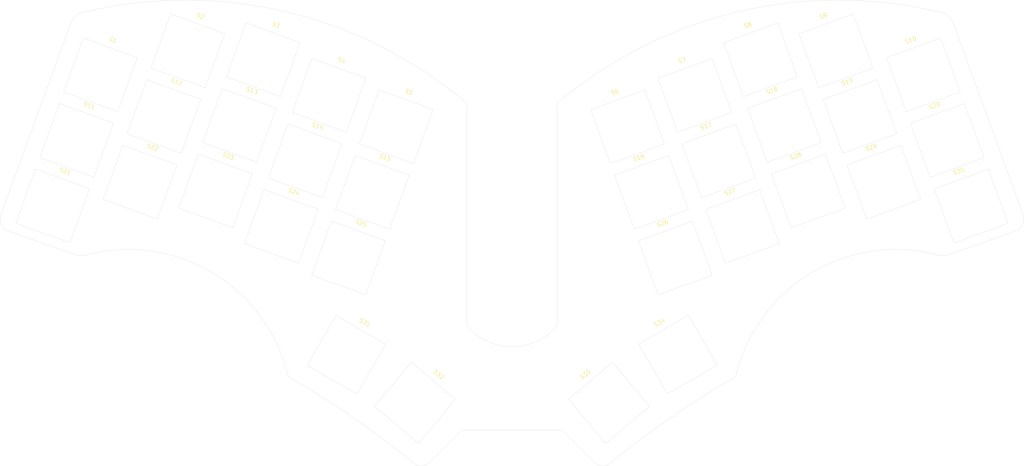
<source format=kicad_pcb>
(kicad_pcb (version 20241229) (generator "pcbnew") (generator_version "9.0")
  (layers (0 "F.Cu" signal) (2 "B.Cu" signal) (13 "F.Paste" user) (15 "B.Paste" user) (5 "F.SilkS" user "F.Silkscreen") (7 "B.SilkS" user "B.Silkscreen") (1 "F.Mask" user) (3 "B.Mask" user) (25 "Edge.Cuts" user))
  (net 0 "")
  (footprint "ScottoKeebs_Scotto:Standoff_M2x6mm" (layer "F.Cu") (at 209.716657 122.035704)
    (property "Reference" "REF**" (hide yes))
    (property "Value" "Standoff_M2x6mm" (hide yes))
    (pad "" np_thru_hole circle (at 0 0) (size 2.2 2.2) (drill 2.2) (layers "*.Cu" "*.Mask"))
  )
  (footprint "ScottoKeebs_Scotto:Standoff_M2x6mm" (layer "F.Cu") (at 49.966593 60.941988)
    (property "Reference" "REF**" (hide yes))
    (property "Value" "Standoff_M2x6mm" (hide yes))
    (pad "" np_thru_hole circle (at 0 0) (size 2.2 2.2) (drill 2.2) (layers "*.Cu" "*.Mask"))
  )
  (footprint "ScottoKeebs_Scotto:Standoff_M2x6mm" (layer "F.Cu") (at 86.556321 122.035713)
    (property "Reference" "REF**" (hide yes))
    (property "Value" "Standoff_M2x6mm" (hide yes))
    (pad "" np_thru_hole circle (at 0 0) (size 2.2 2.2) (drill 2.2) (layers "*.Cu" "*.Mask"))
  )
  (footprint "ScottoKeebs_Cutout:Cutout_Choc_1.00u" (layer "F.Cu") (at 107.828263 140.901055 -30)
    (property "Reference" "S31" (at 0 -9 330) (layer "F.SilkS"))
    (property "Value" "Keyswitch")
    (fp_poly (pts (xy -7 -7) (xy 7 -7) (xy 7 7) (xy -7 7)) (stroke (width 0.05)) (fill no) (layer "Edge.Cuts"))
  )
  (footprint "ScottoKeebs_Scotto:Standoff_M2x6mm" (layer "F.Cu") (at 194.372914 64.799823)
    (property "Reference" "REF**" (hide yes))
    (property "Value" "Standoff_M2x6mm" (hide yes))
    (pad "" np_thru_hole circle (at 0 0) (size 2.2 2.2) (drill 2.2) (layers "*.Cu" "*.Mask"))
  )
  (footprint "ScottoKeebs_Cutout:Cutout_Choc_1.00u" (layer "F.Cu") (at 182.087428 101.379426 20)
    (property "Reference" "S16" (at 0 -9 20) (layer "F.SilkS"))
    (property "Value" "Keyswitch")
    (fp_poly (pts (xy -7 -7) (xy 7 -7) (xy 7 7) (xy -7 7)) (stroke (width 0.05)) (fill no) (layer "Edge.Cuts"))
  )
  (footprint "" (layer "F.Cu") (at 247.431319 109.47826)
    (property "Reference" "" (at 0 0 0) (layer "F.SilkS") (effects (font (size 1.27 1.27))))
    (property "Value" "")
    (pad "" np_thru_hole circle (at 0 0) (size 2.2 2.2) (drill 2.2) (layers "*.Cu" "*.Mask"))
  )
  (footprint "ScottoKeebs_Scotto:Standoff_M2x6mm" (layer "F.Cu") (at 48.841657 109.478272)
    (property "Reference" "REF**" (hide yes))
    (property "Value" "Standoff_M2x6mm" (hide yes))
    (pad "" np_thru_hole circle (at 0 0) (size 2.2 2.2) (drill 2.2) (layers "*.Cu" "*.Mask"))
  )
  (footprint "ScottoKeebs_Cutout:Cutout_Choc_1.00u" (layer "F.Cu") (at 36.314749 104.69606 -20)
    (property "Reference" "S21" (at 0 -9 340) (layer "F.SilkS"))
    (property "Value" "Keyswitch")
    (fp_poly (pts (xy -7 -7) (xy 7 -7) (xy 7 7) (xy -7 7)) (stroke (width 0.05)) (fill no) (layer "Edge.Cuts"))
  )
  (footprint "ScottoKeebs_Cutout:Cutout_Choc_1.00u" (layer "F.Cu") (at 75.958024 101.034023 -20)
    (property "Reference" "S23" (at 0 -9 340) (layer "F.SilkS"))
    (property "Value" "Keyswitch")
    (fp_poly (pts (xy -7 -7) (xy 7 -7) (xy 7 7) (xy -7 7)) (stroke (width 0.05)) (fill no) (layer "Edge.Cuts"))
  )
  (footprint "ScottoKeebs_Cutout:Cutout_Choc_1.00u" (layer "F.Cu") (at 204.271134 109.700198 20)
    (property "Reference" "S27" (at 0 -9 20) (layer "F.SilkS"))
    (property "Value" "Keyswitch")
    (fp_poly (pts (xy -7 -7) (xy 7 -7) (xy 7 7) (xy -7 7)) (stroke (width 0.05)) (fill no) (layer "Edge.Cuts"))
  )
  (footprint "ScottoKeebs_Cutout:Cutout_Choc_1.00u" (layer "F.Cu") (at 81.77237 85.059249 -20)
    (property "Reference" "S13" (at 0 -9 340) (layer "F.SilkS"))
    (property "Value" "Keyswitch")
    (fp_poly (pts (xy -7 -7) (xy 7 -7) (xy 7 7) (xy -7 7)) (stroke (width 0.05)) (fill no) (layer "Edge.Cuts"))
  )
  (footprint "ScottoKeebs_Cutout:Cutout_Choc_1.00u" (layer "F.Cu") (at 103.592693 77.736883 -20)
    (property "Reference" "S4" (at 0 -9 340) (layer "F.SilkS"))
    (property "Value" "Keyswitch")
    (fp_poly (pts (xy -7 -7) (xy 7 -7) (xy 7 7) (xy -7 7)) (stroke (width 0.05)) (fill no) (layer "Edge.Cuts"))
  )
  (footprint "ScottoKeebs_Scotto:Standoff_M2x6mm" (layer "F.Cu") (at 246.30632 60.941942)
    (property "Reference" "REF**" (hide yes))
    (property "Value" "Standoff_M2x6mm" (hide yes))
    (pad "" np_thru_hole circle (at 0 0) (size 2.2 2.2) (drill 2.2) (layers "*.Cu" "*.Mask"))
  )
  (footprint "ScottoKeebs_Cutout:Cutout_Choc_1.00u" (layer "F.Cu") (at 248.291698 72.760268 20)
    (property "Reference" "S10" (at 0 -9 20) (layer "F.SilkS"))
    (property "Value" "Keyswitch")
    (fp_poly (pts (xy -7 -7) (xy 7 -7) (xy 7 7) (xy -7 7)) (stroke (width 0.05)) (fill no) (layer "Edge.Cuts"))
  )
  (footprint "ScottoKeebs_Cutout:Cutout_Choc_1.00u" (layer "F.Cu") (at 214.462769 85.073002 20)
    (property "Reference" "S18" (at 0 -9 20) (layer "F.SilkS"))
    (property "Value" "Keyswitch")
    (fp_poly (pts (xy -7 -7) (xy 7 -7) (xy 7 7) (xy -7 7)) (stroke (width 0.05)) (fill no) (layer "Edge.Cuts"))
  )
  (footprint "ScottoKeebs_Cutout:Cutout_Choc_1.00u" (layer "F.Cu") (at 57.589974 98.871351 -20)
    (property "Reference" "S22" (at 0 -9 340) (layer "F.SilkS"))
    (property "Value" "Keyswitch")
    (fp_poly (pts (xy -7 -7) (xy 7 -7) (xy 7 7) (xy -7 7)) (stroke (width 0.05)) (fill no) (layer "Edge.Cuts"))
  )
  (footprint "ScottoKeebs_Scotto:Standoff_M2x6mm" (layer "F.Cu") (at 184.799852 154.122939)
    (property "Reference" "REF**" (hide yes))
    (property "Value" "Standoff_M2x6mm" (hide yes))
    (pad "" np_thru_hole circle (at 0 0) (size 2.2 2.2) (drill 2.2) (layers "*.Cu" "*.Mask"))
  )
  (footprint "ScottoKeebs_Cutout:Cutout_Choc_1.00u" (layer "F.Cu") (at 227.016483 66.935562 20)
    (property "Reference" "S9" (at 0 -9 20) (layer "F.SilkS"))
    (property "Value" "Keyswitch")
    (fp_poly (pts (xy -7 -7) (xy 7 -7) (xy 7 7) (xy -7 7)) (stroke (width 0.05)) (fill no) (layer "Edge.Cuts"))
  )
  (footprint "ScottoKeebs_Scotto:Standoff_M2x6mm" (layer "F.Cu") (at 101.90006 64.799809)
    (property "Reference" "REF**" (hide yes))
    (property "Value" "Standoff_M2x6mm" (hide yes))
    (pad "" np_thru_hole circle (at 0 0) (size 2.2 2.2) (drill 2.2) (layers "*.Cu" "*.Mask"))
  )
  (footprint "" (layer "F.Cu") (at 86.556321 122.035713 20)
    (property "Reference" "" (at 0 0 20) (layer "F.SilkS") (effects (font (size 1.27 1.27))))
    (property "Value" "")
    (pad "" np_thru_hole circle (at 0 0) (size 2.2 2.2) (drill 2.2) (layers "*.Cu" "*.Mask"))
  )
  (footprint "ScottoKeebs_Cutout:Cutout_Choc_1.00u" (layer "F.Cu") (at 238.645169 98.885106 20)
    (property "Reference" "S29" (at 0 -9 20) (layer "F.SilkS"))
    (property "Value" "Keyswitch")
    (fp_poly (pts (xy -7 -7) (xy 7 -7) (xy 7 7) (xy -7 7)) (stroke (width 0.05)) (fill no) (layer "Edge.Cuts"))
  )
  (footprint "ScottoKeebs_Cutout:Cutout_Choc_1.00u" (layer "F.Cu") (at 87.5867 69.084468 -20)
    (property "Reference" "S3" (at 0 -9 340) (layer "F.SilkS"))
    (property "Value" "Keyswitch")
    (fp_poly (pts (xy -7 -7) (xy 7 -7) (xy 7 7) (xy -7 7)) (stroke (width 0.05)) (fill no) (layer "Edge.Cuts"))
  )
  (footprint "ScottoKeebs_Cutout:Cutout_Choc_1.00u" (layer "F.Cu") (at 47.943432 72.746516 -20)
    (property "Reference" "S1" (at 0 -9 340) (layer "F.SilkS"))
    (property "Value" "Keyswitch")
    (fp_poly (pts (xy -7 -7) (xy 7 -7) (xy 7 7) (xy -7 7)) (stroke (width 0.05)) (fill no) (layer "Edge.Cuts"))
  )
  (footprint "ScottoKeebs_Cutout:Cutout_Choc_1.00u" (layer "F.Cu") (at 254.106049 88.735042 20)
    (property "Reference" "S20" (at 0 -9 20) (layer "F.SilkS"))
    (property "Value" "Keyswitch")
    (fp_poly (pts (xy -7 -7) (xy 7 -7) (xy 7 7) (xy -7 7)) (stroke (width 0.05)) (fill no) (layer "Edge.Cuts"))
  )
  (footprint "ScottoKeebs_Cutout:Cutout_Choc_1.00u" (layer "F.Cu") (at 42.129088 88.721292 -20)
    (property "Reference" "S11" (at 0 -9 340) (layer "F.SilkS"))
    (property "Value" "Keyswitch")
    (fp_poly (pts (xy -7 -7) (xy 7 -7) (xy 7 7) (xy -7 7)) (stroke (width 0.05)) (fill no) (layer "Edge.Cuts"))
  )
  (footprint "ScottoKeebs_Cutout:Cutout_Choc_1.00u" (layer "F.Cu") (at 220.277116 101.047784 20)
    (property "Reference" "S28" (at 0 -9 20) (layer "F.SilkS"))
    (property "Value" "Keyswitch")
    (fp_poly (pts (xy -7 -7) (xy 7 -7) (xy 7 7) (xy -7 7)) (stroke (width 0.05)) (fill no) (layer "Edge.Cuts"))
  )
  (footprint "ScottoKeebs_Cutout:Cutout_Choc_1.00u" (layer "F.Cu") (at 69.21865 66.921797 -20)
    (property "Reference" "S2" (at 0 -9 340) (layer "F.SilkS"))
    (property "Value" "Keyswitch")
    (fp_poly (pts (xy -7 -7) (xy 7 -7) (xy 7 7) (xy -7 7)) (stroke (width 0.05)) (fill no) (layer "Edge.Cuts"))
  )
  (footprint "ScottoKeebs_Scotto:Standoff_M2x6mm" (layer "F.Cu") (at 111.47315 154.122945)
    (property "Reference" "REF**" (hide yes))
    (property "Value" "Standoff_M2x6mm" (hide yes))
    (pad "" np_thru_hole circle (at 0 0) (size 2.2 2.2) (drill 2.2) (layers "*.Cu" "*.Mask"))
  )
  (footprint "ScottoKeebs_Cutout:Cutout_Choc_1.00u" (layer "F.Cu") (at 63.40432 82.896581 -20)
    (property "Reference" "S12" (at 0 -9 340) (layer "F.SilkS"))
    (property "Value" "Keyswitch")
    (fp_poly (pts (xy -7 -7) (xy 7 -7) (xy 7 7) (xy -7 7)) (stroke (width 0.05)) (fill no) (layer "Edge.Cuts"))
  )
  (footprint "ScottoKeebs_Cutout:Cutout_Choc_1.00u" (layer "F.Cu") (at 187.901775 117.354196 20)
    (property "Reference" "S26" (at 0 -9 20) (layer "F.SilkS"))
    (property "Value" "Keyswitch")
    (fp_poly (pts (xy -7 -7) (xy 7 -7) (xy 7 7) (xy -7 7)) (stroke (width 0.05)) (fill no) (layer "Edge.Cuts"))
  )
  (footprint "ScottoKeebs_Cutout:Cutout_Choc_1.00u" (layer "F.Cu") (at 208.648433 69.098219 20)
    (property "Reference" "S8" (at 0 -9 20) (layer "F.SilkS"))
    (property "Value" "Keyswitch")
    (fp_poly (pts (xy -7 -7) (xy 7 -7) (xy 7 7) (xy -7 7)) (stroke (width 0.05)) (fill no) (layer "Edge.Cuts"))
  )
  (footprint "ScottoKeebs_Cutout:Cutout_Choc_1.00u" (layer "F.Cu") (at 91.964002 109.686441 -20)
    (property "Reference" "S24" (at 0 -9 340) (layer "F.SilkS"))
    (property "Value" "Keyswitch")
    (fp_poly (pts (xy -7 -7) (xy 7 -7) (xy 7 7) (xy -7 7)) (stroke (width 0.05)) (fill no) (layer "Edge.Cuts"))
  )
  (footprint "" (layer "F.Cu") (at 209.716657 122.035704 20)
    (property "Reference" "" (at 0 0 20) (layer "F.SilkS") (effects (font (size 1.27 1.27))))
    (property "Value" "")
    (pad "" np_thru_hole circle (at 0 0) (size 2.2 2.2) (drill 2.2) (layers "*.Cu" "*.Mask"))
  )
  (footprint "ScottoKeebs_Cutout:Cutout_Choc_1.00u" (layer "F.Cu") (at 188.544125 140.864866 30)
    (property "Reference" "S34" (at 0 -9 30) (layer "F.SilkS"))
    (property "Value" "Keyswitch")
    (fp_poly (pts (xy -7 -7) (xy 7 -7) (xy 7 7) (xy -7 7)) (stroke (width 0.05)) (fill no) (layer "Edge.Cuts"))
  )
  (footprint "ScottoKeebs_Cutout:Cutout_Choc_1.00u" (layer "F.Cu") (at 171.761481 152.626688 40)
    (property "Reference" "S33" (at 0 -9 40) (layer "F.SilkS"))
    (property "Value" "Keyswitch")
    (fp_poly (pts (xy -7 -7) (xy 7 -7) (xy 7 7) (xy -7 7)) (stroke (width 0.05)) (fill no) (layer "Edge.Cuts"))
  )
  (footprint "ScottoKeebs_Cutout:Cutout_Choc_1.00u" (layer "F.Cu") (at 108.333384 117.340429 -20)
    (property "Reference" "S25" (at 0 -9 340) (layer "F.SilkS"))
    (property "Value" "Keyswitch")
    (fp_poly (pts (xy -7 -7) (xy 7 -7) (xy 7 7) (xy -7 7)) (stroke (width 0.05)) (fill no) (layer "Edge.Cuts"))
  )
  (footprint "ScottoKeebs_Cutout:Cutout_Choc_1.00u" (layer "F.Cu") (at 119.962053 85.39088 -20)
    (property "Reference" "S5" (at 0 -9 340) (layer "F.SilkS"))
    (property "Value" "Keyswitch")
    (fp_poly (pts (xy -7 -7) (xy 7 -7) (xy 7 7) (xy -7 7)) (stroke (width 0.05)) (fill no) (layer "Edge.Cuts"))
  )
  (footprint "ScottoKeebs_Cutout:Cutout_Choc_1.00u" (layer "F.Cu") (at 176.273079 85.404642 20)
    (property "Reference" "S6" (at 0 -9 20) (layer "F.SilkS"))
    (property "Value" "Keyswitch")
    (fp_poly (pts (xy -7 -7) (xy 7 -7) (xy 7 7) (xy -7 7)) (stroke (width 0.05)) (fill no) (layer "Edge.Cuts"))
  )
  (footprint "ScottoKeebs_Scotto:Standoff_M2x6mm" (layer "F.Cu") (at 247.431319 109.47826)
    (property "Reference" "REF**" (hide yes))
    (property "Value" "Standoff_M2x6mm" (hide yes))
    (pad "" np_thru_hole circle (at 0 0) (size 2.2 2.2) (drill 2.2) (layers "*.Cu" "*.Mask"))
  )
  (footprint "ScottoKeebs_Cutout:Cutout_Choc_1.00u" (layer "F.Cu") (at 192.642457 77.750644 20)
    (property "Reference" "S7" (at 0 -9 20) (layer "F.SilkS"))
    (property "Value" "Keyswitch")
    (fp_poly (pts (xy -7 -7) (xy 7 -7) (xy 7 7) (xy -7 7)) (stroke (width 0.05)) (fill no) (layer "Edge.Cuts"))
  )
  (footprint "ScottoKeebs_Cutout:Cutout_Choc_1.00u" (layer "F.Cu") (at 232.830821 82.91033 20)
    (property "Reference" "S19" (at 0 -9 20) (layer "F.SilkS"))
    (property "Value" "Keyswitch")
    (fp_poly (pts (xy -7 -7) (xy 7 -7) (xy 7 7) (xy -7 7)) (stroke (width 0.05)) (fill no) (layer "Edge.Cuts"))
  )
  (footprint "ScottoKeebs_Cutout:Cutout_Choc_1.00u" (layer "F.Cu") (at 114.147712 101.365657 -20)
    (property "Reference" "S15" (at 0 -9 340) (layer "F.SilkS"))
    (property "Value" "Keyswitch")
    (fp_poly (pts (xy -7 -7) (xy 7 -7) (xy 7 7) (xy -7 7)) (stroke (width 0.05)) (fill no) (layer "Edge.Cuts"))
  )
  (footprint "ScottoKeebs_Cutout:Cutout_Choc_1.00u" (layer "F.Cu") (at 124.51148 152.626687 -40)
    (property "Reference" "S32" (at 0 -9 320) (layer "F.SilkS"))
    (property "Value" "Keyswitch")
    (fp_poly (pts (xy -7 -7) (xy 7 -7) (xy 7 7) (xy -7 7)) (stroke (width 0.05)) (fill no) (layer "Edge.Cuts"))
  )
  (footprint "ScottoKeebs_Cutout:Cutout_Choc_1.00u" (layer "F.Cu") (at 97.778344 93.711669 -20)
    (property "Reference" "S14" (at 0 -9 340) (layer "F.SilkS"))
    (property "Value" "Keyswitch")
    (fp_poly (pts (xy -7 -7) (xy 7 -7) (xy 7 7) (xy -7 7)) (stroke (width 0.05)) (fill no) (layer "Edge.Cuts"))
  )
  (footprint "ScottoKeebs_Cutout:Cutout_Choc_1.00u" (layer "F.Cu") (at 259.920401 104.709825 20)
    (property "Reference" "S30" (at 0 -9 20) (layer "F.SilkS"))
    (property "Value" "Keyswitch")
    (fp_poly (pts (xy -7 -7) (xy 7 -7) (xy 7 7) (xy -7 7)) (stroke (width 0.05)) (fill no) (layer "Edge.Cuts"))
  )
  (footprint "ScottoKeebs_Cutout:Cutout_Choc_1.00u" (layer "F.Cu") (at 198.456798 93.725426 20)
    (property "Reference" "S17" (at 0 -9 20) (layer "F.SilkS"))
    (property "Value" "Keyswitch")
    (fp_poly (pts (xy -7 -7) (xy 7 -7) (xy 7 7) (xy -7 7)) (stroke (width 0.05)) (fill no) (layer "Edge.Cuts"))
  )
  (footprint "" (layer "F.Cu") (at 48.841657 109.478272)
    (property "Reference" "" (at 0 0 0) (layer "F.SilkS") (effects (font (size 1.27 1.27))))
    (property "Value" "")
    (pad "" np_thru_hole circle (at 0 0) (size 2.2 2.2) (drill 2.2) (layers "*.Cu" "*.Mask"))
  )
  (gr_line (start 160.243882 159.222994) (end 136.029216 159.22301) (stroke (width 0.05)) (layer "Edge.Cuts"))
  (gr_arc (start 159.105246 133.732114) (mid 148.136496 138.981806) (end 137.167746 133.732114) (stroke (width 0.05)) (layer "Edge.Cuts"))
  (gr_arc (start 42.776431 57.823272) (mid 92.642251 57.299403) (end 137.167746 79.757246) (stroke (width 0.05)) (layer "Edge.Cuts"))
  (gr_arc (start 253.49654 57.823286) (mid 254.769451 58.801756) (end 255.576496 60.189699) (stroke (width 0.05)) (layer "Edge.Cuts"))
  (gr_arc (start 44.341717 116.670221) (mid 74.903656 120.741338) (end 93.435683 145.38216) (stroke (width 0.05)) (layer "Edge.Cuts"))
  (gr_line (start 168.423351 167.284042) (end 160.243882 159.222994) (stroke (width 0.05)) (layer "Edge.Cuts"))
  (gr_arc (start 159.105248 79.757243) (mid 203.630733 57.2994) (end 253.496543 57.823286) (stroke (width 0.05)) (layer "Edge.Cuts"))
  (gr_arc (start 127.849747 167.284058) (mid 126.383068 167.968536) (end 124.779219 167.750991) (stroke (width 0.05)) (layer "Edge.Cuts"))
  (gr_arc (start 25.779229 110.879245) (mid 24.015022 109.478088) (end 23.539417 107.275954) (stroke (width 0.05)) (layer "Edge.Cuts"))
  (gr_arc (start 202.837415 145.382144) (mid 221.369442 120.741322) (end 251.931381 116.670205) (stroke (width 0.05)) (layer "Edge.Cuts"))
  (gr_line (start 40.696478 60.189687) (end 23.539357 107.276124) (stroke (width 0.05)) (layer "Edge.Cuts"))
  (gr_arc (start 171.493879 167.751005) (mid 186.28186 156.562696) (end 201.93756 146.624803) (stroke (width 0.05)) (layer "Edge.Cuts"))
  (gr_arc (start 272.733678 107.275942) (mid 272.258042 109.478067) (end 270.493866 110.879233) (stroke (width 0.05)) (layer "Edge.Cuts"))
  (gr_arc (start 94.335538 146.624819) (mid 93.737343 146.110856) (end 93.435682 145.38216) (stroke (width 0.05)) (layer "Edge.Cuts"))
  (gr_line (start 270.493866 110.879233) (end 254.118277 116.670208) (stroke (width 0.05)) (layer "Edge.Cuts"))
  (gr_line (start 255.576828 60.189487) (end 272.733889 107.275759) (stroke (width 0.05)) (layer "Edge.Cuts"))
  (gr_line (start 137.167748 133.732114) (end 137.167746 79.757247) (stroke (width 0.05)) (layer "Edge.Cuts"))
  (gr_arc (start 44.341717 116.670221) (mid 43.248269 116.692089) (end 42.154821 116.67022) (stroke (width 0.05)) (layer "Edge.Cuts"))
  (gr_line (start 25.779232 110.879245) (end 42.154821 116.67022) (stroke (width 0.05)) (layer "Edge.Cuts"))
  (gr_arc (start 40.696478 60.189685) (mid 41.503523 58.801742) (end 42.776434 57.823272) (stroke (width 0.05)) (layer "Edge.Cuts"))
  (gr_arc (start 202.837416 145.382144) (mid 202.535755 146.110839) (end 201.93756 146.624803) (stroke (width 0.05)) (layer "Edge.Cuts"))
  (gr_line (start 127.849747 167.284058) (end 136.029216 159.22301) (stroke (width 0.05)) (layer "Edge.Cuts"))
  (gr_arc (start 254.118277 116.670208) (mid 253.024829 116.692077) (end 251.931381 116.670209) (stroke (width 0.05)) (layer "Edge.Cuts"))
  (gr_line (start 159.105246 133.732112) (end 159.105248 79.757245) (stroke (width 0.05)) (layer "Edge.Cuts"))
  (gr_arc (start 171.493879 167.750975) (mid 169.89003 167.96852) (end 168.423351 167.284042) (stroke (width 0.05)) (layer "Edge.Cuts"))
  (gr_arc (start 94.335538 146.624819) (mid 109.991238 156.562712) (end 124.779219 167.751021) (stroke (width 0.05)) (layer "Edge.Cuts"))
)
</source>
